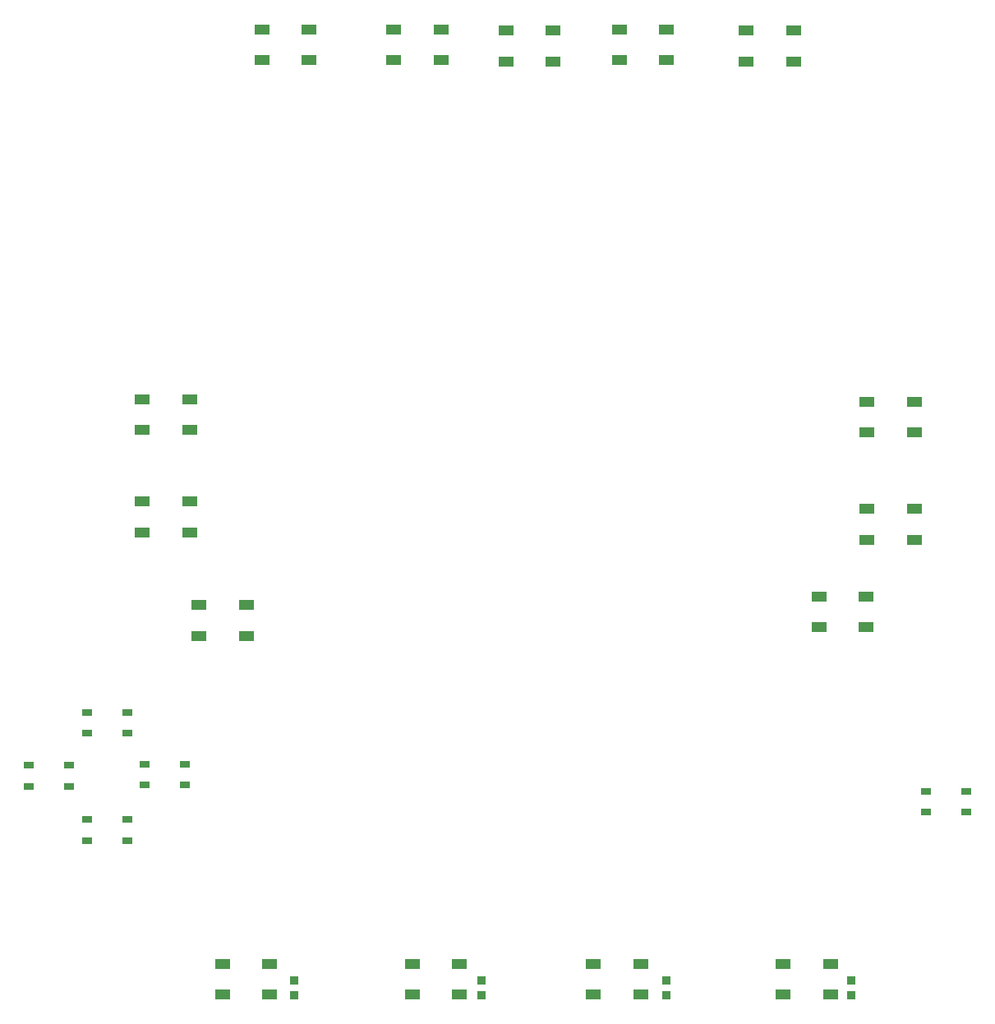
<source format=gtp>
G04 Layer_Color=7318015*
%FSLAX25Y25*%
%MOIN*%
G70*
G01*
G75*
%ADD11R,0.03500X0.03500*%
%ADD12R,0.04134X0.02559*%
%ADD13R,0.05906X0.03937*%
D11*
X267500Y152000D02*
D03*
Y158000D02*
D03*
X343500Y152000D02*
D03*
Y158000D02*
D03*
X418500Y152000D02*
D03*
Y158000D02*
D03*
X493500Y152000D02*
D03*
Y158000D02*
D03*
D12*
X540169Y226268D02*
D03*
X523831D02*
D03*
X540169Y234732D02*
D03*
X523831D02*
D03*
X223169Y237268D02*
D03*
X206831D02*
D03*
X223169Y245732D02*
D03*
X206831D02*
D03*
X176169Y236768D02*
D03*
X159831D02*
D03*
X176169Y245232D02*
D03*
X159831D02*
D03*
X199669Y214768D02*
D03*
X183331D02*
D03*
X199669Y223232D02*
D03*
X183331D02*
D03*
X199669Y258268D02*
D03*
X183331D02*
D03*
X199669Y266732D02*
D03*
X183331D02*
D03*
D13*
X228854Y310299D02*
D03*
Y297701D02*
D03*
X248146D02*
D03*
Y310299D02*
D03*
X205854Y352299D02*
D03*
Y339701D02*
D03*
X225146D02*
D03*
Y352299D02*
D03*
X205854Y393799D02*
D03*
Y381201D02*
D03*
X225146D02*
D03*
Y393799D02*
D03*
X465854Y164799D02*
D03*
Y152201D02*
D03*
X485146D02*
D03*
Y164799D02*
D03*
X388854D02*
D03*
Y152201D02*
D03*
X408146D02*
D03*
Y164799D02*
D03*
X315354D02*
D03*
Y152201D02*
D03*
X334646D02*
D03*
Y164799D02*
D03*
X238354D02*
D03*
Y152201D02*
D03*
X257646D02*
D03*
Y164799D02*
D03*
X450854Y543299D02*
D03*
Y530701D02*
D03*
X470146D02*
D03*
Y543299D02*
D03*
X499854Y392799D02*
D03*
Y380201D02*
D03*
X519146D02*
D03*
Y392799D02*
D03*
X499854Y349299D02*
D03*
Y336701D02*
D03*
X519146D02*
D03*
Y349299D02*
D03*
X480354Y313799D02*
D03*
Y301201D02*
D03*
X499646D02*
D03*
Y313799D02*
D03*
X254354Y543799D02*
D03*
Y531201D02*
D03*
X273646D02*
D03*
Y543799D02*
D03*
X307854D02*
D03*
Y531201D02*
D03*
X327146D02*
D03*
Y543799D02*
D03*
X353354Y543299D02*
D03*
Y530701D02*
D03*
X372646D02*
D03*
Y543299D02*
D03*
X399354Y543799D02*
D03*
Y531201D02*
D03*
X418646D02*
D03*
Y543799D02*
D03*
M02*

</source>
